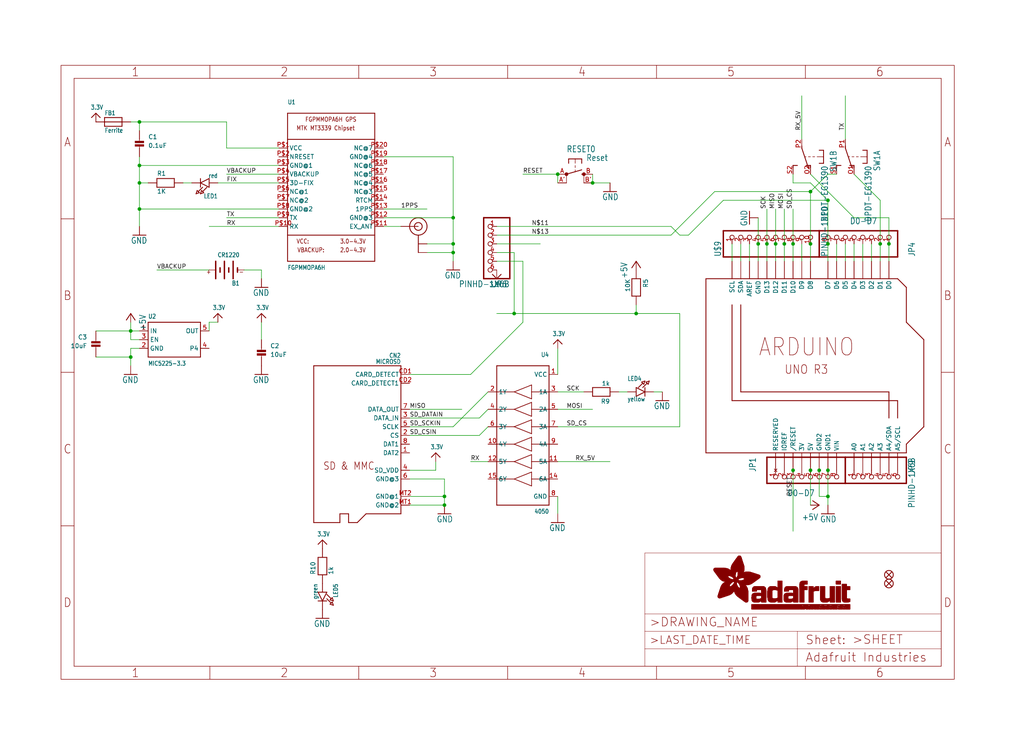
<source format=kicad_sch>
(kicad_sch (version 20211123) (generator eeschema)
  (paper "User" 298.45 217.881)
  (lib_symbols
    (symbol "eagleSchem-eagle-import:+5V" (power)
      (property "Value" "+5V" (at -2.54 -5.08 90))
      (symbol "+5V_1_0"
        (pin power_in line (at 0 -2.54 90) (length 2.54) (name "+5V") (number "1"))
      )
    )
    (symbol "eagleSchem-eagle-import:3.3V" (power)
      (property "Value" "3.3V" (at -1.524 3.556 0))
      (symbol "3.3V_1_0"
        (pin power_in line (at 0 0 90) (length 2.54) (name "3.3V") (number "1"))
      )
    )
    (symbol "eagleSchem-eagle-import:74HC4050D"
      (property "Reference" "U" (at -7.62 22.86 0))
      (property "Value" "74HC4050D" (at -7.62 -22.86 0))
      (symbol "74HC4050D_1_0"
        (pin bidirectional line (at -10.16 17.78 0) (length 2.54) (name "VCC") (number "1"))
        (pin bidirectional line (at 10.16 -2.54 180) (length 2.54) (name "4Y") (number "10"))
        (pin bidirectional line (at -10.16 -7.62 0) (length 2.54) (name "5A") (number "11"))
        (pin bidirectional line (at 10.16 -7.62 180) (length 2.54) (name "5Y") (number "12"))
        (pin bidirectional line (at -10.16 -12.7 0) (length 2.54) (name "6A") (number "14"))
        (pin bidirectional line (at 10.16 -12.7 180) (length 2.54) (name "6Y") (number "15"))
        (pin bidirectional line (at 10.16 12.7 180) (length 2.54) (name "1Y") (number "2"))
        (pin bidirectional line (at -10.16 12.7 0) (length 2.54) (name "1A") (number "3"))
        (pin bidirectional line (at 10.16 7.62 180) (length 2.54) (name "2Y") (number "4"))
        (pin bidirectional line (at -10.16 7.62 0) (length 2.54) (name "2A") (number "5"))
        (pin bidirectional line (at 10.16 2.54 180) (length 2.54) (name "3Y") (number "6"))
        (pin bidirectional line (at -10.16 2.54 0) (length 2.54) (name "3A") (number "7"))
        (pin bidirectional line (at -10.16 -17.78 0) (length 2.54) (name "GND") (number "8"))
        (pin bidirectional line (at -10.16 -2.54 0) (length 2.54) (name "4A") (number "9"))
      )
    )
    (symbol "eagleSchem-eagle-import:ARDUINOR3-DIMENSION"
      (symbol "ARDUINOR3-DIMENSION_1_0"
        (text "ARDUINO" (at -17.78 2.54 0) (effects (font (size 5.08 4.318)) (justify left bottom)))
        (text "UNO R3" (at -10.16 -2.54 0) (effects (font (size 2.54 2.159)) (justify left bottom)))
        (pin power_in line (at -5.08 -30.48 90) (length 5.08) (name "3V") (number "3V"))
        (pin power_in line (at -2.54 -30.48 90) (length 5.08) (name "5V") (number "5V"))
        (pin bidirectional line (at 10.16 -30.48 90) (length 5.08) (name "A0") (number "A0"))
        (pin bidirectional line (at 12.7 -30.48 90) (length 5.08) (name "A1") (number "A1"))
        (pin bidirectional line (at 15.24 -30.48 90) (length 5.08) (name "A2") (number "A2"))
        (pin bidirectional line (at 17.78 -30.48 90) (length 5.08) (name "A3") (number "A3"))
        (pin bidirectional line (at 20.32 -30.48 90) (length 5.08) (name "A4/SDA") (number "A4"))
        (pin bidirectional line (at 22.86 -30.48 90) (length 5.08) (name "A5/SCL") (number "A5"))
        (pin bidirectional line (at -20.32 30.48 270) (length 5.08) (name "AREF") (number "AREF"))
        (pin bidirectional line (at 20.32 30.48 270) (length 5.08) (name "D0") (number "D0"))
        (pin bidirectional line (at 17.78 30.48 270) (length 5.08) (name "D1") (number "D1"))
        (pin bidirectional line (at -7.62 30.48 270) (length 5.08) (name "D10") (number "D10"))
        (pin bidirectional line (at -10.16 30.48 270) (length 5.08) (name "D11") (number "D11"))
        (pin bidirectional line (at -12.7 30.48 270) (length 5.08) (name "D12") (number "D12"))
        (pin bidirectional line (at -15.24 30.48 270) (length 5.08) (name "D13") (number "D13"))
        (pin bidirectional line (at 15.24 30.48 270) (length 5.08) (name "D2") (number "D2"))
        (pin bidirectional line (at 12.7 30.48 270) (length 5.08) (name "D3") (number "D3"))
        (pin bidirectional line (at 10.16 30.48 270) (length 5.08) (name "D4") (number "D4"))
        (pin bidirectional line (at 7.62 30.48 270) (length 5.08) (name "D5") (number "D5"))
        (pin bidirectional line (at 5.08 30.48 270) (length 5.08) (name "D6") (number "D6"))
        (pin bidirectional line (at 2.54 30.48 270) (length 5.08) (name "D7") (number "D7"))
        (pin bidirectional line (at -2.54 30.48 270) (length 5.08) (name "D8") (number "D8"))
        (pin bidirectional line (at -5.08 30.48 270) (length 5.08) (name "D9") (number "D9"))
        (pin power_in line (at -17.78 30.48 270) (length 5.08) (name "GND") (number "GND"))
        (pin power_in line (at 2.54 -30.48 90) (length 5.08) (name "GND1") (number "GND1"))
        (pin power_in line (at 0 -30.48 90) (length 5.08) (name "GND2") (number "GND2"))
        (pin output line (at -10.16 -30.48 90) (length 5.08) (name "IOREF") (number "IOREF"))
        (pin no_connect line (at -12.7 -30.48 90) (length 5.08) (name "RESERVED") (number "RESERVED"))
        (pin bidirectional line (at -7.62 -30.48 90) (length 5.08) (name "/RESET") (number "RESET"))
        (pin bidirectional line (at -25.4 30.48 270) (length 5.08) (name "SCL") (number "SCL"))
        (pin bidirectional line (at -22.86 30.48 270) (length 5.08) (name "SDA") (number "SDA"))
        (pin power_in line (at 5.08 -30.48 90) (length 5.08) (name "VIN") (number "VIN"))
      )
    )
    (symbol "eagleSchem-eagle-import:BATTERYCR1220_SMT"
      (property "Reference" "B" (at -3.81 3.175 0))
      (property "Value" "BATTERYCR1220_SMT" (at -3.81 -5.08 0))
      (symbol "BATTERYCR1220_SMT_1_0"
        (text "+" (at 4.445 1.27 0) (effects (font (size 1.27 1.0795)) (justify left bottom)))
        (text "-" (at -5.08 1.27 0) (effects (font (size 1.27 1.0795)) (justify left bottom)))
        (pin passive line (at 5.08 0 180) (length 0) (name "+") (number "+$1"))
        (pin passive line (at -5.08 0 0) (length 0) (name "-") (number "-"))
      )
    )
    (symbol "eagleSchem-eagle-import:CAP_CERAMIC0805"
      (property "Reference" "C" (at 2.54 2.54 0))
      (property "Value" "CAP_CERAMIC0805" (at 2.54 0 0))
      (symbol "CAP_CERAMIC0805_1_0"
        (pin passive line (at 0 5.08 270) (length 2.54) (name "P$1") (number "1"))
        (pin passive line (at 0 -2.54 90) (length 2.54) (name "P$2") (number "2"))
      )
    )
    (symbol "eagleSchem-eagle-import:DPDT-EG1390"
      (property "Reference" "SW" (at -8.255 -1.905 90))
      (property "Value" "DPDT-EG1390" (at -5.715 2.54 90))
      (symbol "DPDT-EG1390_1_0"
        (pin passive line (at -2.54 5.08 270) (length 2.54) (name "O") (number "O1"))
        (pin passive line (at 0 -5.08 90) (length 2.54) (name "P") (number "P1"))
        (pin passive line (at 2.54 5.08 270) (length 2.54) (name "S") (number "S1"))
      )
      (symbol "DPDT-EG1390_2_0"
        (pin passive line (at -2.54 5.08 270) (length 2.54) (name "O") (number "O2"))
        (pin passive line (at 0 -5.08 90) (length 2.54) (name "P") (number "P2"))
        (pin passive line (at 2.54 5.08 270) (length 2.54) (name "S") (number "S2"))
      )
    )
    (symbol "eagleSchem-eagle-import:FERRITE0805"
      (property "Reference" "FB" (at -2.54 1.905 0))
      (property "Value" "FERRITE0805" (at -2.54 -3.175 0))
      (symbol "FERRITE0805_1_0"
        (pin bidirectional line (at -5.08 0 0) (length 2.54) (name "P$1") (number "1"))
        (pin bidirectional line (at 5.08 0 180) (length 2.54) (name "P$2") (number "2"))
      )
    )
    (symbol "eagleSchem-eagle-import:FIDUCIAL{dblquote}{dblquote}")
    (symbol "eagleSchem-eagle-import:FRAME_A4_ADAFRUIT"
      (symbol "FRAME_A4_ADAFRUIT_1_0"
        (text "1" (at 21.6958 1.905 0) (effects (font (size 2.54 2.286))))
        (text "1" (at 21.6958 177.165 0) (effects (font (size 2.54 2.286))))
        (text "2" (at 65.0875 1.905 0) (effects (font (size 2.54 2.286))))
        (text "2" (at 65.0875 177.165 0) (effects (font (size 2.54 2.286))))
        (text "3" (at 108.4792 1.905 0) (effects (font (size 2.54 2.286))))
        (text "3" (at 108.4792 177.165 0) (effects (font (size 2.54 2.286))))
        (text "4" (at 151.8708 1.905 0) (effects (font (size 2.54 2.286))))
        (text "4" (at 151.8708 177.165 0) (effects (font (size 2.54 2.286))))
        (text "5" (at 195.2625 1.905 0) (effects (font (size 2.54 2.286))))
        (text "5" (at 195.2625 177.165 0) (effects (font (size 2.54 2.286))))
        (text "6" (at 238.6542 1.905 0) (effects (font (size 2.54 2.286))))
        (text "6" (at 238.6542 177.165 0) (effects (font (size 2.54 2.286))))
        (text ">DRAWING_NAME" (at 171.45 15.24 0) (effects (font (size 2.54 2.54)) (justify left bottom)))
        (text ">LAST_DATE_TIME" (at 171.45 10.16 0) (effects (font (size 2.286 2.286)) (justify left bottom)))
        (text ">SHEET" (at 230.505 10.16 0) (effects (font (size 2.54 2.54)) (justify left bottom)))
        (text "A" (at 1.905 156.6863 0) (effects (font (size 2.54 2.286))))
        (text "A" (at 258.445 156.6863 0) (effects (font (size 2.54 2.286))))
        (text "Adafruit Industries" (at 216.916 4.953 0) (effects (font (size 2.54 2.54)) (justify left bottom)))
        (text "B" (at 1.905 111.9188 0) (effects (font (size 2.54 2.286))))
        (text "B" (at 258.445 111.9188 0) (effects (font (size 2.54 2.286))))
        (text "C" (at 1.905 67.1513 0) (effects (font (size 2.54 2.286))))
        (text "C" (at 258.445 67.1513 0) (effects (font (size 2.54 2.286))))
        (text "D" (at 1.905 22.3838 0) (effects (font (size 2.54 2.286))))
        (text "D" (at 258.445 22.3838 0) (effects (font (size 2.54 2.286))))
        (text "Sheet:" (at 216.916 10.033 0) (effects (font (size 2.54 2.54)) (justify left bottom)))
      )
    )
    (symbol "eagleSchem-eagle-import:GND" (power)
      (property "Value" "GND" (at -2.54 -2.54 0))
      (symbol "GND_1_0"
        (pin power_in line (at 0 2.54 270) (length 2.54) (name "GND") (number "1"))
      )
    )
    (symbol "eagleSchem-eagle-import:GPS_FGPMMOPA6H"
      (property "Reference" "U" (at -12.7 22.86 0))
      (property "Value" "GPS_FGPMMOPA6H" (at -12.7 -25.4 0))
      (symbol "GPS_FGPMMOPA6H_1_0"
        (text "2.0-4.3V" (at 2.54 -20.32 0) (effects (font (size 1.27 1.0795)) (justify left bottom)))
        (text "3.0-4.3V" (at 2.54 -17.78 0) (effects (font (size 1.27 1.0795)) (justify left bottom)))
        (text "FGPMMOPA6H GPS" (at -7.62 17.78 0) (effects (font (size 1.27 1.0795)) (justify left bottom)))
        (text "MTK MT3339 Chipset" (at -10.16 15.24 0) (effects (font (size 1.27 1.0795)) (justify left bottom)))
        (text "VBACKUP:" (at -9.906 -20.32 0) (effects (font (size 1.27 1.0795)) (justify left bottom)))
        (text "VCC:" (at -10.16 -17.78 0) (effects (font (size 1.27 1.0795)) (justify left bottom)))
        (pin bidirectional line (at -15.24 10.16 0) (length 2.54) (name "VCC") (number "P$1"))
        (pin bidirectional line (at -15.24 -12.7 0) (length 2.54) (name "RX") (number "P$10"))
        (pin bidirectional line (at 15.24 -12.7 180) (length 2.54) (name "EX_ANT") (number "P$11"))
        (pin bidirectional line (at 15.24 -10.16 180) (length 2.54) (name "GND@3") (number "P$12"))
        (pin bidirectional line (at 15.24 -7.62 180) (length 2.54) (name "1PPS") (number "P$13"))
        (pin bidirectional line (at 15.24 -5.08 180) (length 2.54) (name "RTCM") (number "P$14"))
        (pin bidirectional line (at 15.24 -2.54 180) (length 2.54) (name "NC@3") (number "P$15"))
        (pin bidirectional line (at 15.24 0 180) (length 2.54) (name "NC@4") (number "P$16"))
        (pin bidirectional line (at 15.24 2.54 180) (length 2.54) (name "NC@5") (number "P$17"))
        (pin bidirectional line (at 15.24 5.08 180) (length 2.54) (name "NC@6") (number "P$18"))
        (pin bidirectional line (at 15.24 7.62 180) (length 2.54) (name "GND@4") (number "P$19"))
        (pin bidirectional line (at -15.24 7.62 0) (length 2.54) (name "NRESET") (number "P$2"))
        (pin bidirectional line (at 15.24 10.16 180) (length 2.54) (name "NC@7") (number "P$20"))
        (pin bidirectional line (at -15.24 5.08 0) (length 2.54) (name "GND@1") (number "P$3"))
        (pin bidirectional line (at -15.24 2.54 0) (length 2.54) (name "VBACKUP") (number "P$4"))
        (pin bidirectional line (at -15.24 0 0) (length 2.54) (name "3D-FIX") (number "P$5"))
        (pin bidirectional line (at -15.24 -2.54 0) (length 2.54) (name "NC@1") (number "P$6"))
        (pin bidirectional line (at -15.24 -5.08 0) (length 2.54) (name "NC@2") (number "P$7"))
        (pin bidirectional line (at -15.24 -7.62 0) (length 2.54) (name "GND@2") (number "P$8"))
        (pin bidirectional line (at -15.24 -10.16 0) (length 2.54) (name "TX") (number "P$9"))
      )
    )
    (symbol "eagleSchem-eagle-import:LED0805"
      (property "Reference" "LED" (at -5.08 3.175 0))
      (property "Value" "LED0805" (at -5.08 -2.794 0))
      (symbol "LED0805_1_0"
        (pin passive line (at -5.08 0 0) (length 2.54) (name "A") (number "A"))
        (pin passive line (at 2.54 0 180) (length 2.54) (name "C") (number "C"))
      )
    )
    (symbol "eagleSchem-eagle-import:MICROSD"
      (property "Reference" "CN" (at -12.7 22.606 0))
      (property "Value" "MICROSD" (at -12.7 20.828 0))
      (symbol "MICROSD_1_0"
        (text "SD & MMC" (at -5.08 -10.16 0) (effects (font (size 2.1844 1.8567)) (justify left bottom)))
        (pin bidirectional line (at -15.24 -5.08 0) (length 2.54) (name "DAT2") (number "1"))
        (pin input line (at -15.24 0 0) (length 2.54) (name "CS") (number "2"))
        (pin input line (at -15.24 5.08 0) (length 2.54) (name "DATA_IN") (number "3"))
        (pin power_in line (at -15.24 -10.16 0) (length 2.54) (name "SD_VDD") (number "4"))
        (pin input line (at -15.24 2.54 0) (length 2.54) (name "SCLK") (number "5"))
        (pin power_in line (at -15.24 -12.7 0) (length 2.54) (name "GND@3") (number "6"))
        (pin output line (at -15.24 7.62 0) (length 2.54) (name "DATA_OUT") (number "7"))
        (pin bidirectional line (at -15.24 -2.54 0) (length 2.54) (name "DAT1") (number "8"))
        (pin passive line (at -15.24 17.78 0) (length 2.54) (name "CARD_DETECT") (number "CD1"))
        (pin passive line (at -15.24 15.24 0) (length 2.54) (name "CARD_DETECT1") (number "CD2"))
        (pin power_in line (at -15.24 -20.32 0) (length 2.54) (name "GND@2") (number "MT1"))
        (pin power_in line (at -15.24 -17.78 0) (length 2.54) (name "GND@1") (number "MT2"))
      )
    )
    (symbol "eagleSchem-eagle-import:PINHD-1X10"
      (property "Value" "PINHD-1X10" (at -6.35 -17.78 0))
      (symbol "PINHD-1X10_1_0"
        (pin passive inverted (at -2.54 10.16 0) (length 2.54) (name "1") (number "1"))
        (pin passive inverted (at -2.54 -12.7 0) (length 2.54) (name "10") (number "10"))
        (pin passive inverted (at -2.54 7.62 0) (length 2.54) (name "2") (number "2"))
        (pin passive inverted (at -2.54 5.08 0) (length 2.54) (name "3") (number "3"))
        (pin passive inverted (at -2.54 2.54 0) (length 2.54) (name "4") (number "4"))
        (pin passive inverted (at -2.54 0 0) (length 2.54) (name "5") (number "5"))
        (pin passive inverted (at -2.54 -2.54 0) (length 2.54) (name "6") (number "6"))
        (pin passive inverted (at -2.54 -5.08 0) (length 2.54) (name "7") (number "7"))
        (pin passive inverted (at -2.54 -7.62 0) (length 2.54) (name "8") (number "8"))
        (pin passive inverted (at -2.54 -10.16 0) (length 2.54) (name "9") (number "9"))
      )
    )
    (symbol "eagleSchem-eagle-import:PINHD-1X6B"
      (property "Reference" "JP" (at -6.35 10.795 0))
      (property "Value" "PINHD-1X6B" (at -6.35 -10.16 0))
      (symbol "PINHD-1X6B_1_0"
        (pin passive inverted (at -2.54 7.62 0) (length 2.54) (name "1") (number "1"))
        (pin passive inverted (at -2.54 5.08 0) (length 2.54) (name "2") (number "2"))
        (pin passive inverted (at -2.54 2.54 0) (length 2.54) (name "3") (number "3"))
        (pin passive inverted (at -2.54 0 0) (length 2.54) (name "4") (number "4"))
        (pin passive inverted (at -2.54 -2.54 0) (length 2.54) (name "5") (number "5"))
        (pin passive inverted (at -2.54 -5.08 0) (length 2.54) (name "6") (number "6"))
      )
    )
    (symbol "eagleSchem-eagle-import:PINHD-1X8BIG"
      (property "Reference" "JP" (at -6.35 10.795 0))
      (property "Value" "PINHD-1X8BIG" (at -6.35 -15.24 0))
      (symbol "PINHD-1X8BIG_1_0"
        (pin passive inverted (at -2.54 7.62 0) (length 2.54) (name "1") (number "1"))
        (pin passive inverted (at -2.54 5.08 0) (length 2.54) (name "2") (number "2"))
        (pin passive inverted (at -2.54 2.54 0) (length 2.54) (name "3") (number "3"))
        (pin passive inverted (at -2.54 0 0) (length 2.54) (name "4") (number "4"))
        (pin passive inverted (at -2.54 -2.54 0) (length 2.54) (name "5") (number "5"))
        (pin passive inverted (at -2.54 -5.08 0) (length 2.54) (name "6") (number "6"))
        (pin passive inverted (at -2.54 -7.62 0) (length 2.54) (name "7") (number "7"))
        (pin passive inverted (at -2.54 -10.16 0) (length 2.54) (name "8") (number "8"))
      )
    )
    (symbol "eagleSchem-eagle-import:RESISTOR0805"
      (property "Reference" "R" (at -2.54 2.032 0))
      (property "Value" "RESISTOR0805" (at -2.54 -3.175 0))
      (symbol "RESISTOR0805_1_0"
        (pin passive line (at -5.08 0 0) (length 2.54) (name "1") (number "1"))
        (pin passive line (at 5.08 0 180) (length 2.54) (name "2") (number "2"))
      )
    )
    (symbol "eagleSchem-eagle-import:SPST_TACT-EVQQ2"
      (property "Reference" "SW" (at -6.35 -2.54 90))
      (property "Value" "SPST_TACT-EVQQ2" (at -3.81 3.175 90))
      (symbol "SPST_TACT-EVQQ2_1_0"
        (pin passive line (at 0 -5.08 90) (length 2.54) (name "P") (number "A"))
        (pin passive line (at 2.54 -5.08 90) (length 2.54) (name "P1") (number "A'"))
        (pin passive line (at 0 5.08 270) (length 2.54) (name "S") (number "B"))
        (pin passive line (at 2.54 5.08 270) (length 2.54) (name "S1") (number "B'"))
      )
    )
    (symbol "eagleSchem-eagle-import:U.FL"
      (symbol "U.FL_1_0"
        (pin bidirectional line (at -2.54 -5.08 0) (length 2.54) (name "GND@0") (number "P$1"))
        (pin bidirectional line (at -2.54 -7.62 0) (length 2.54) (name "GND@1") (number "P$2"))
        (pin bidirectional line (at 5.08 0 180) (length 5.08) (name "SIGNAL") (number "P$3"))
      )
    )
    (symbol "eagleSchem-eagle-import:VREG_SOT23-5"
      (property "Reference" "U" (at -7.62 6.096 0))
      (property "Value" "VREG_SOT23-5" (at -7.62 -7.62 0))
      (symbol "VREG_SOT23-5_1_0"
        (pin bidirectional line (at -10.16 2.54 0) (length 2.54) (name "IN") (number "1"))
        (pin bidirectional line (at -10.16 -2.54 0) (length 2.54) (name "GND") (number "2"))
        (pin bidirectional line (at -10.16 0 0) (length 2.54) (name "EN") (number "3"))
        (pin bidirectional line (at 10.16 -2.54 180) (length 2.54) (name "P4") (number "4"))
        (pin bidirectional line (at 10.16 2.54 180) (length 2.54) (name "OUT") (number "5"))
      )
    )
  )
  (junction (at 38.1 96.52))
  (junction (at 236.22 137.16))
  (junction (at 231.14 137.16))
  (junction (at 132.08 71.12))
  (junction (at 38.1 104.14))
  (junction (at 220.98 71.12))
  (junction (at 132.08 63.5))
  (junction (at 40.64 53.34))
  (junction (at 241.3 58.42))
  (junction (at 241.3 144.78))
  (junction (at 40.64 60.96))
  (junction (at 40.64 35.56))
  (junction (at 236.22 71.12))
  (junction (at 129.54 144.78))
  (junction (at 228.6 71.12))
  (junction (at 241.3 137.16))
  (junction (at 129.54 147.32))
  (junction (at 241.3 71.12))
  (junction (at 223.52 71.12))
  (junction (at 132.08 73.66))
  (junction (at 162.56 50.8))
  (junction (at 256.54 71.12))
  (junction (at 185.42 91.44))
  (junction (at 238.76 137.16))
  (junction (at 149.86 91.44))
  (junction (at 172.72 53.34))
  (junction (at 226.06 71.12))
  (junction (at 231.14 71.12))
  (junction (at 40.64 48.26))
  (junction (at 259.08 71.12))
  (junction (at 236.22 55.88))
  (wire (pts (xy 198.12 124.46) (xy 198.12 91.44)))
  (wire (pts (xy 76.2 93.98) (xy 76.2 99.06)))
  (wire (pts (xy 60.96 93.98) (xy 63.5 93.98)))
  (wire (pts (xy 129.54 144.78) (xy 119.38 144.78)))
  (wire (pts (xy 38.1 104.14) (xy 38.1 106.68)))
  (wire (pts (xy 233.68 40.64) (xy 233.68 27.94)))
  (wire (pts (xy 71.12 78.74) (xy 76.2 78.74)))
  (wire (pts (xy 241.3 50.8) (xy 236.22 55.88)))
  (wire (pts (xy 241.3 144.78) (xy 241.3 137.16)))
  (wire (pts (xy 215.9 71.12) (xy 215.9 76.2)))
  (wire (pts (xy 137.16 109.22) (xy 152.4 93.98)))
  (wire (pts (xy 132.08 124.46) (xy 142.24 114.3)))
  (wire (pts (xy 38.1 96.52) (xy 27.94 96.52)))
  (wire (pts (xy 162.56 124.46) (xy 198.12 124.46)))
  (wire (pts (xy 200.66 68.58) (xy 210.82 58.42)))
  (wire (pts (xy 111.76 45.72) (xy 132.08 45.72)))
  (wire (pts (xy 223.52 71.12) (xy 223.52 60.96)))
  (wire (pts (xy 132.08 73.66) (xy 132.08 76.2)))
  (wire (pts (xy 162.56 114.3) (xy 170.18 114.3)))
  (wire (pts (xy 81.28 60.96) (xy 40.64 60.96)))
  (wire (pts (xy 220.98 71.12) (xy 220.98 76.2)))
  (wire (pts (xy 129.54 147.32) (xy 129.54 144.78)))
  (wire (pts (xy 231.14 71.12) (xy 231.14 76.2)))
  (wire (pts (xy 162.56 149.86) (xy 162.56 144.78)))
  (wire (pts (xy 198.12 91.44) (xy 185.42 91.44)))
  (wire (pts (xy 40.64 101.6) (xy 38.1 101.6)))
  (wire (pts (xy 218.44 71.12) (xy 218.44 76.2)))
  (wire (pts (xy 132.08 124.46) (xy 119.38 124.46)))
  (wire (pts (xy 149.86 73.66) (xy 149.86 91.44)))
  (wire (pts (xy 238.76 144.78) (xy 238.76 137.16)))
  (wire (pts (xy 259.08 71.12) (xy 259.08 76.2)))
  (wire (pts (xy 149.86 91.44) (xy 144.78 91.44)))
  (wire (pts (xy 208.28 55.88) (xy 236.22 55.88)))
  (wire (pts (xy 38.1 96.52) (xy 38.1 99.06)))
  (wire (pts (xy 55.88 53.34) (xy 53.34 53.34)))
  (wire (pts (xy 142.24 134.62) (xy 137.16 134.62)))
  (wire (pts (xy 259.08 63.5) (xy 259.08 71.12)))
  (wire (pts (xy 162.56 134.62) (xy 177.8 134.62)))
  (wire (pts (xy 119.38 119.38) (xy 134.62 119.38)))
  (wire (pts (xy 127 134.62) (xy 127 137.16)))
  (wire (pts (xy 256.54 71.12) (xy 256.54 76.2)))
  (wire (pts (xy 81.28 53.34) (xy 63.5 53.34)))
  (wire (pts (xy 40.64 60.96) (xy 40.64 66.04)))
  (wire (pts (xy 38.1 101.6) (xy 38.1 104.14)))
  (wire (pts (xy 152.4 93.98) (xy 152.4 76.2)))
  (wire (pts (xy 40.64 96.52) (xy 38.1 96.52)))
  (wire (pts (xy 40.64 45.72) (xy 40.64 48.26)))
  (wire (pts (xy 40.64 35.56) (xy 66.04 35.56)))
  (wire (pts (xy 139.7 121.92) (xy 142.24 119.38)))
  (wire (pts (xy 162.56 53.34) (xy 162.56 50.8)))
  (wire (pts (xy 119.38 127) (xy 139.7 127)))
  (wire (pts (xy 119.38 109.22) (xy 137.16 109.22)))
  (wire (pts (xy 180.34 114.3) (xy 182.88 114.3)))
  (wire (pts (xy 220.98 71.12) (xy 220.98 63.5)))
  (wire (pts (xy 195.58 68.58) (xy 208.28 55.88)))
  (wire (pts (xy 246.38 71.12) (xy 246.38 76.2)))
  (wire (pts (xy 81.28 43.18) (xy 66.04 43.18)))
  (wire (pts (xy 241.3 58.42) (xy 241.3 71.12)))
  (wire (pts (xy 195.58 68.58) (xy 144.78 68.58)))
  (wire (pts (xy 223.52 71.12) (xy 223.52 76.2)))
  (wire (pts (xy 40.64 48.26) (xy 40.64 53.34)))
  (wire (pts (xy 231.14 53.34) (xy 236.22 53.34)))
  (wire (pts (xy 248.92 71.12) (xy 248.92 76.2)))
  (wire (pts (xy 172.72 53.34) (xy 177.8 53.34)))
  (wire (pts (xy 236.22 50.8) (xy 248.92 63.5)))
  (wire (pts (xy 60.96 96.52) (xy 60.96 93.98)))
  (wire (pts (xy 195.58 66.04) (xy 198.12 68.58)))
  (wire (pts (xy 254 71.12) (xy 254 76.2)))
  (wire (pts (xy 210.82 58.42) (xy 241.3 58.42)))
  (wire (pts (xy 111.76 66.04) (xy 116.84 66.04)))
  (wire (pts (xy 40.64 99.06) (xy 38.1 99.06)))
  (wire (pts (xy 226.06 71.12) (xy 226.06 76.2)))
  (wire (pts (xy 81.28 48.26) (xy 40.64 48.26)))
  (wire (pts (xy 226.06 60.96) (xy 226.06 71.12)))
  (wire (pts (xy 162.56 101.6) (xy 162.56 109.22)))
  (wire (pts (xy 246.38 40.64) (xy 246.38 27.94)))
  (wire (pts (xy 40.64 35.56) (xy 38.1 35.56)))
  (wire (pts (xy 119.38 147.32) (xy 129.54 147.32)))
  (wire (pts (xy 111.76 63.5) (xy 132.08 63.5)))
  (wire (pts (xy 144.78 76.2) (xy 152.4 76.2)))
  (wire (pts (xy 213.36 71.12) (xy 213.36 76.2)))
  (wire (pts (xy 236.22 71.12) (xy 236.22 76.2)))
  (wire (pts (xy 241.3 144.78) (xy 241.3 147.32)))
  (wire (pts (xy 185.42 88.9) (xy 185.42 91.44)))
  (wire (pts (xy 236.22 55.88) (xy 236.22 71.12)))
  (wire (pts (xy 40.64 38.1) (xy 40.64 35.56)))
  (wire (pts (xy 76.2 78.74) (xy 76.2 81.28)))
  (wire (pts (xy 124.46 71.12) (xy 132.08 71.12)))
  (wire (pts (xy 132.08 45.72) (xy 132.08 63.5)))
  (wire (pts (xy 81.28 66.04) (xy 60.96 66.04)))
  (wire (pts (xy 190.5 114.3) (xy 193.04 114.3)))
  (wire (pts (xy 228.6 71.12) (xy 228.6 76.2)))
  (wire (pts (xy 231.14 50.8) (xy 231.14 53.34)))
  (wire (pts (xy 27.94 104.14) (xy 38.1 104.14)))
  (wire (pts (xy 198.12 68.58) (xy 200.66 68.58)))
  (wire (pts (xy 132.08 63.5) (xy 132.08 71.12)))
  (wire (pts (xy 185.42 91.44) (xy 149.86 91.44)))
  (wire (pts (xy 144.78 66.04) (xy 195.58 66.04)))
  (wire (pts (xy 231.14 71.12) (xy 231.14 60.96)))
  (wire (pts (xy 119.38 139.7) (xy 129.54 139.7)))
  (wire (pts (xy 238.76 144.78) (xy 241.3 144.78)))
  (wire (pts (xy 132.08 71.12) (xy 132.08 73.66)))
  (wire (pts (xy 162.56 119.38) (xy 172.72 119.38)))
  (wire (pts (xy 233.68 71.12) (xy 233.68 76.2)))
  (wire (pts (xy 248.92 63.5) (xy 259.08 63.5)))
  (wire (pts (xy 38.1 96.52) (xy 38.1 93.98)))
  (wire (pts (xy 256.54 58.42) (xy 256.54 71.12)))
  (wire (pts (xy 43.18 53.34) (xy 40.64 53.34)))
  (wire (pts (xy 127 137.16) (xy 119.38 137.16)))
  (wire (pts (xy 228.6 60.96) (xy 228.6 71.12)))
  (wire (pts (xy 124.46 73.66) (xy 132.08 73.66)))
  (wire (pts (xy 236.22 53.34) (xy 241.3 58.42)))
  (wire (pts (xy 81.28 63.5) (xy 66.04 63.5)))
  (wire (pts (xy 60.96 78.74) (xy 45.72 78.74)))
  (wire (pts (xy 111.76 60.96) (xy 124.46 60.96)))
  (wire (pts (xy 243.84 71.12) (xy 243.84 76.2)))
  (wire (pts (xy 248.92 50.8) (xy 256.54 58.42)))
  (wire (pts (xy 129.54 139.7) (xy 129.54 144.78)))
  (wire (pts (xy 152.4 50.8) (xy 162.56 50.8)))
  (wire (pts (xy 144.78 71.12) (xy 157.48 71.12)))
  (wire (pts (xy 66.04 43.18) (xy 66.04 35.56)))
  (wire (pts (xy 81.28 50.8) (xy 66.04 50.8)))
  (wire (pts (xy 236.22 147.32) (xy 236.22 137.16)))
  (wire (pts (xy 172.72 50.8) (xy 172.72 53.34)))
  (wire (pts (xy 139.7 127) (xy 142.24 124.46)))
  (wire (pts (xy 241.3 71.12) (xy 241.3 76.2)))
  (wire (pts (xy 251.46 71.12) (xy 251.46 76.2)))
  (wire (pts (xy 40.64 53.34) (xy 40.64 60.96)))
  (wire (pts (xy 149.86 73.66) (xy 144.78 73.66)))
  (wire (pts (xy 119.38 121.92) (xy 139.7 121.92)))
  (wire (pts (xy 231.14 137.16) (xy 231.14 154.94)))
  (wire (pts (xy 243.84 50.8) (xy 241.3 50.8)))
  (label "RESET" (at 231.14 144.78 90) (effects (font (size 1.2446 1.2446))))
  (label "RX" (at 66.04 66.04 0) (effects (font (size 1.2446 1.2446))))
  (label "SD_CS" (at 165.1 124.46 0) (effects (font (size 1.2446 1.2446))))
  (label "SD_CSIN" (at 119.38 127 0) (effects (font (size 1.2446 1.2446))))
  (label "VBACKUP" (at 45.72 78.74 0) (effects (font (size 1.2446 1.2446))))
  (label "SD_SCKIN" (at 119.38 124.46 0) (effects (font (size 1.2446 1.2446))))
  (label "RX" (at 137.16 134.62 0) (effects (font (size 1.2446 1.2446))))
  (label "N$13" (at 154.94 68.58 0) (effects (font (size 1.2446 1.2446))))
  (label "1PPS" (at 116.84 60.96 0) (effects (font (size 1.2446 1.2446))))
  (label "SCK" (at 223.52 60.96 90) (effects (font (size 1.2446 1.2446))))
  (label "SD_CS" (at 231.14 60.96 90) (effects (font (size 1.2446 1.2446))))
  (label "RX_5V" (at 233.68 38.1 90) (effects (font (size 1.2446 1.2446))))
  (label "MISO" (at 119.38 119.38 0) (effects (font (size 1.2446 1.2446))))
  (label "FIX" (at 66.04 53.34 0) (effects (font (size 1.2446 1.2446))))
  (label "SD_DATAIN" (at 119.38 121.92 0) (effects (font (size 1.2446 1.2446))))
  (label "MISO" (at 226.06 60.96 90) (effects (font (size 1.2446 1.2446))))
  (label "TX" (at 66.04 63.5 0) (effects (font (size 1.2446 1.2446))))
  (label "SCK" (at 165.1 114.3 0) (effects (font (size 1.2446 1.2446))))
  (label "VBACKUP" (at 66.04 50.8 0) (effects (font (size 1.2446 1.2446))))
  (label "RESET" (at 152.4 50.8 0) (effects (font (size 1.2446 1.2446))))
  (label "TX" (at 246.38 38.1 90) (effects (font (size 1.2446 1.2446))))
  (label "MOSI" (at 165.1 119.38 0) (effects (font (size 1.2446 1.2446))))
  (label "RX_5V" (at 167.64 134.62 0) (effects (font (size 1.2446 1.2446))))
  (label "N$11" (at 154.94 66.04 0) (effects (font (size 1.2446 1.2446))))
  (label "MOSI" (at 228.6 60.96 90) (effects (font (size 1.2446 1.2446))))
  (symbol (lib_id "eagleSchem-eagle-import:GND") (at 241.3 149.86 0) (mirror y) (unit 1)
    (property "Reference" "#GND1" (effects hide))
    (property "Value" "GND" (at 243.84 152.4 0) (effects (font (size 1.778 1.5113)) (justify left bottom)))
    (property "Footprint" "eagleSchem:" (effects hide))
  )
  (symbol (lib_id "eagleSchem-eagle-import:GND") (at 93.98 180.34 0) (unit 1)
    (property "Reference" "#GND4" (effects hide))
    (property "Value" "GND" (at 91.44 182.88 0) (effects (font (size 1.778 1.5113)) (justify left bottom)))
    (property "Footprint" "eagleSchem:" (effects hide))
  )
  (symbol (lib_id "eagleSchem-eagle-import:RESISTOR0805") (at 185.42 83.82 270) (unit 1)
    (property "Reference" "R5" (at 187.452 81.28 0) (effects (justify left bottom)))
    (property "Value" "10K" (at 182.245 81.28 0) (effects (justify left bottom)))
    (property "Footprint" "eagleSchem:0805" (effects hide))
  )
  (symbol (lib_id "eagleSchem-eagle-import:+5V") (at 38.1 91.44 0) (mirror y) (unit 1)
    (property "Reference" "#P+2" (effects hide))
    (property "Value" "+5V" (at 40.64 96.52 90) (effects (font (size 1.778 1.5113)) (justify left bottom)))
    (property "Footprint" "eagleSchem:" (effects hide))
  )
  (symbol (lib_id "eagleSchem-eagle-import:CAP_CERAMIC0805") (at 40.64 43.18 0) (unit 1)
    (property "Reference" "C1" (at 43.18 40.64 0) (effects (justify left bottom)))
    (property "Value" "0.1uF" (at 43.18 43.18 0) (effects (justify left bottom)))
    (property "Footprint" "eagleSchem:0805@1" (effects hide))
  )
  (symbol (lib_id "eagleSchem-eagle-import:GND") (at 132.08 78.74 0) (unit 1)
    (property "Reference" "#U$19" (effects hide))
    (property "Value" "GND" (at 129.54 81.28 0) (effects (font (size 1.778 1.5113)) (justify left bottom)))
    (property "Footprint" "eagleSchem:" (effects hide))
  )
  (symbol (lib_id "eagleSchem-eagle-import:+5V") (at 238.76 147.32 270) (mirror x) (unit 1)
    (property "Reference" "#P+1" (effects hide))
    (property "Value" "+5V" (at 233.68 149.86 90) (effects (font (size 1.778 1.5113)) (justify left bottom)))
    (property "Footprint" "eagleSchem:" (effects hide))
  )
  (symbol (lib_id "eagleSchem-eagle-import:SPST_TACT-EVQQ2") (at 167.64 50.8 270) (unit 1)
    (property "Reference" "RESET0" (at 165.1 44.45 90) (effects (font (size 1.778 1.5113)) (justify left bottom)))
    (property "Value" "Reset" (at 170.815 46.99 90) (effects (font (size 1.778 1.5113)) (justify left bottom)))
    (property "Footprint" "eagleSchem:EVQ-Q2" (effects hide))
  )
  (symbol (lib_id "eagleSchem-eagle-import:PINHD-1X8BIG") (at 233.68 139.7 90) (mirror x) (unit 1)
    (property "Reference" "JP1" (at 220.345 133.35 0) (effects (font (size 1.778 1.5113)) (justify left bottom)))
    (property "Value" "D0-D7" (at 237.49 144.78 90) (effects (font (size 1.778 1.5113)) (justify left bottom)))
    (property "Footprint" "eagleSchem:1X08-BIG" (effects hide))
  )
  (symbol (lib_id "eagleSchem-eagle-import:BATTERYCR1220_SMT") (at 66.04 78.74 180) (unit 1)
    (property "Reference" "B1" (at 69.85 81.915 0) (effects (font (size 1.27 1.0795)) (justify left bottom)))
    (property "Value" "CR1220" (at 69.85 73.66 0) (effects (font (size 1.27 1.0795)) (justify left bottom)))
    (property "Footprint" "eagleSchem:CR1220" (effects hide))
  )
  (symbol (lib_id "eagleSchem-eagle-import:FIDUCIAL{dblquote}{dblquote}") (at 259.08 167.64 0) (unit 1)
    (property "Reference" "FID2" (effects hide))
    (property "Value" "FIDUCIAL{dblquote}{dblquote}" (effects hide))
    (property "Footprint" "eagleSchem:FIDUCIAL_1MM" (effects hide))
  )
  (symbol (lib_id "eagleSchem-eagle-import:PINHD-1X10") (at 223.52 68.58 90) (unit 1)
    (property "Reference" "U$9" (at 210.185 74.93 0) (effects (font (size 1.778 1.5113)) (justify left bottom)))
    (property "Value" "PINHD-1X10" (at 241.3 74.93 0) (effects (font (size 1.778 1.5113)) (justify left bottom)))
    (property "Footprint" "eagleSchem:1X10-BIG" (effects hide))
  )
  (symbol (lib_id "eagleSchem-eagle-import:CAP_CERAMIC0805") (at 27.94 101.6 0) (mirror y) (unit 1)
    (property "Reference" "C3" (at 25.4 99.06 0) (effects (justify left bottom)))
    (property "Value" "10uF" (at 25.4 101.6 0) (effects (justify left bottom)))
    (property "Footprint" "eagleSchem:0805@1" (effects hide))
  )
  (symbol (lib_id "eagleSchem-eagle-import:PINHD-1X6B") (at 256.54 139.7 90) (mirror x) (unit 1)
    (property "Reference" "JP9" (at 264.795 138.43 0) (effects (font (size 1.778 1.5113)) (justify right top)))
    (property "Value" "PINHD-1X6B" (at 266.7 133.35 0) (effects (font (size 1.778 1.5113)) (justify left bottom)))
    (property "Footprint" "eagleSchem:1X06-BIG" (effects hide))
  )
  (symbol (lib_id "eagleSchem-eagle-import:3.3V") (at 76.2 93.98 0) (unit 1)
    (property "Reference" "#U$3" (effects hide))
    (property "Value" "3.3V" (at 74.676 90.424 0) (effects (font (size 1.27 1.0795)) (justify left bottom)))
    (property "Footprint" "eagleSchem:" (effects hide))
  )
  (symbol (lib_id "eagleSchem-eagle-import:DPDT-EG1390") (at 246.38 45.72 180) (unit 1)
    (property "Reference" "SW1" (at 254.635 43.815 90) (effects (font (size 1.778 1.5113)) (justify left bottom)))
    (property "Value" "DPDT-EG1390" (at 252.095 48.26 90) (effects (font (size 1.778 1.5113)) (justify left bottom)))
    (property "Footprint" "eagleSchem:EG1390" (effects hide))
  )
  (symbol (lib_id "eagleSchem-eagle-import:PINHD-1X8BIG") (at 251.46 68.58 270) (mirror x) (unit 1)
    (property "Reference" "JP4" (at 264.795 74.93 0) (effects (font (size 1.778 1.5113)) (justify left bottom)))
    (property "Value" "D0-D7" (at 247.65 63.5 90) (effects (font (size 1.778 1.5113)) (justify left bottom)))
    (property "Footprint" "eagleSchem:1X08-BIG" (effects hide))
  )
  (symbol (lib_id "eagleSchem-eagle-import:3.3V") (at 127 134.62 0) (unit 1)
    (property "Reference" "#U$11" (effects hide))
    (property "Value" "3.3V" (at 125.476 131.064 0) (effects (font (size 1.27 1.0795)) (justify left bottom)))
    (property "Footprint" "eagleSchem:" (effects hide))
  )
  (symbol (lib_id "eagleSchem-eagle-import:PINHD-1X6B") (at 142.24 73.66 0) (mirror y) (unit 1)
    (property "Reference" "JP6" (at 143.51 81.915 0) (effects (font (size 1.778 1.5113)) (justify right top)))
    (property "Value" "PINHD-1X6B" (at 148.59 83.82 0) (effects (font (size 1.778 1.5113)) (justify left bottom)))
    (property "Footprint" "eagleSchem:1X06-BIG" (effects hide))
  )
  (symbol (lib_id "eagleSchem-eagle-import:U.FL") (at 121.92 66.04 0) (mirror y) (unit 1)
    (property "Reference" "U$20" (effects hide))
    (property "Value" "U.FL" (effects hide))
    (property "Footprint" "eagleSchem:U.FL" (effects hide))
  )
  (symbol (lib_id "eagleSchem-eagle-import:MICROSD") (at 104.14 127 0) (mirror y) (unit 1)
    (property "Reference" "CN2" (at 116.84 104.394 0) (effects (font (size 1.27 1.0795)) (justify left bottom)))
    (property "Value" "MICROSD" (at 116.84 106.172 0) (effects (font (size 1.27 1.0795)) (justify left bottom)))
    (property "Footprint" "eagleSchem:MICROSD" (effects hide))
  )
  (symbol (lib_id "eagleSchem-eagle-import:GND") (at 40.64 68.58 0) (unit 1)
    (property "Reference" "#U$2" (effects hide))
    (property "Value" "GND" (at 38.1 71.12 0) (effects (font (size 1.778 1.5113)) (justify left bottom)))
    (property "Footprint" "eagleSchem:" (effects hide))
  )
  (symbol (lib_id "eagleSchem-eagle-import:3.3V") (at 144.78 78.74 180) (unit 1)
    (property "Reference" "#U$7" (effects hide))
    (property "Value" "3.3V" (at 146.304 82.296 0) (effects (font (size 1.27 1.0795)) (justify left bottom)))
    (property "Footprint" "eagleSchem:" (effects hide))
  )
  (symbol (lib_id "eagleSchem-eagle-import:GND") (at 177.8 55.88 0) (mirror y) (unit 1)
    (property "Reference" "#GND2" (effects hide))
    (property "Value" "GND" (at 180.34 58.42 0) (effects (font (size 1.778 1.5113)) (justify left bottom)))
    (property "Footprint" "eagleSchem:" (effects hide))
  )
  (symbol (lib_id "eagleSchem-eagle-import:VREG_SOT23-5") (at 50.8 99.06 0) (unit 1)
    (property "Reference" "U2" (at 43.18 92.964 0) (effects (font (size 1.27 1.0795)) (justify left bottom)))
    (property "Value" "MIC5225-3.3" (at 43.18 106.68 0) (effects (font (size 1.27 1.0795)) (justify left bottom)))
    (property "Footprint" "eagleSchem:SOT23-5" (effects hide))
  )
  (symbol (lib_id "eagleSchem-eagle-import:LED0805") (at 187.96 114.3 0) (unit 1)
    (property "Reference" "LED4" (at 182.88 111.125 0) (effects (font (size 1.27 1.0795)) (justify left bottom)))
    (property "Value" "yellow" (at 182.88 117.094 0) (effects (font (size 1.27 1.0795)) (justify left bottom)))
    (property "Footprint" "eagleSchem:CHIPLED_0805" (effects hide))
  )
  (symbol (lib_id "eagleSchem-eagle-import:ARDUINOR3-DIMENSION") (at 238.76 106.68 0) (unit 1)
    (property "Reference" "U3" (effects hide))
    (property "Value" "ARDUINOR3-DIMENSION" (effects hide))
    (property "Footprint" "eagleSchem:ARDUINOR3" (effects hide))
  )
  (symbol (lib_id "eagleSchem-eagle-import:RESISTOR0805") (at 93.98 165.1 90) (unit 1)
    (property "Reference" "R10" (at 91.948 167.64 0) (effects (justify left bottom)))
    (property "Value" "1k" (at 97.155 167.64 0) (effects (justify left bottom)))
    (property "Footprint" "eagleSchem:0805" (effects hide))
  )
  (symbol (lib_id "eagleSchem-eagle-import:+5V") (at 185.42 76.2 0) (unit 1)
    (property "Reference" "#P+10" (effects hide))
    (property "Value" "+5V" (at 182.88 81.28 90) (effects (font (size 1.778 1.5113)) (justify left bottom)))
    (property "Footprint" "eagleSchem:" (effects hide))
  )
  (symbol (lib_id "eagleSchem-eagle-import:RESISTOR0805") (at 48.26 53.34 0) (unit 1)
    (property "Reference" "R1" (at 45.72 51.308 0) (effects (justify left bottom)))
    (property "Value" "1K" (at 45.72 56.515 0) (effects (justify left bottom)))
    (property "Footprint" "eagleSchem:0805" (effects hide))
  )
  (symbol (lib_id "eagleSchem-eagle-import:3.3V") (at 162.56 101.6 0) (unit 1)
    (property "Reference" "#U$10" (effects hide))
    (property "Value" "3.3V" (at 161.036 98.044 0) (effects (font (size 1.27 1.0795)) (justify left bottom)))
    (property "Footprint" "eagleSchem:" (effects hide))
  )
  (symbol (lib_id "eagleSchem-eagle-import:3.3V") (at 63.5 93.98 0) (unit 1)
    (property "Reference" "#U$8" (effects hide))
    (property "Value" "3.3V" (at 61.976 90.424 0) (effects (font (size 1.27 1.0795)) (justify left bottom)))
    (property "Footprint" "eagleSchem:" (effects hide))
  )
  (symbol (lib_id "eagleSchem-eagle-import:3.3V") (at 27.94 35.56 0) (unit 1)
    (property "Reference" "#U$4" (effects hide))
    (property "Value" "3.3V" (at 26.416 32.004 0) (effects (font (size 1.27 1.0795)) (justify left bottom)))
    (property "Footprint" "eagleSchem:" (effects hide))
  )
  (symbol (lib_id "eagleSchem-eagle-import:CAP_CERAMIC0805") (at 76.2 104.14 0) (unit 1)
    (property "Reference" "C2" (at 78.74 101.6 0) (effects (justify left bottom)))
    (property "Value" "10uF" (at 78.74 104.14 0) (effects (justify left bottom)))
    (property "Footprint" "eagleSchem:0805@1" (effects hide))
  )
  (symbol (lib_id "eagleSchem-eagle-import:LED0805") (at 93.98 175.26 270) (unit 1)
    (property "Reference" "LED5" (at 97.155 170.18 0) (effects (font (size 1.27 1.0795)) (justify left bottom)))
    (property "Value" "green" (at 91.186 170.18 0) (effects (font (size 1.27 1.0795)) (justify left bottom)))
    (property "Footprint" "eagleSchem:CHIPLED_0805" (effects hide))
  )
  (symbol (lib_id "eagleSchem-eagle-import:3.3V") (at 93.98 160.02 0) (unit 1)
    (property "Reference" "#U$12" (effects hide))
    (property "Value" "3.3V" (at 92.456 156.464 0) (effects (font (size 1.27 1.0795)) (justify left bottom)))
    (property "Footprint" "eagleSchem:" (effects hide))
  )
  (symbol (lib_id "eagleSchem-eagle-import:DPDT-EG1390") (at 233.68 45.72 180) (unit 2)
    (property "Reference" "SW1" (at 241.935 43.815 90) (effects (font (size 1.778 1.5113)) (justify left bottom)))
    (property "Value" "DPDT-EG1390" (at 239.395 48.26 90) (effects (font (size 1.778 1.5113)) (justify left bottom)))
    (property "Footprint" "eagleSchem:EG1390" (effects hide))
  )
  (symbol (lib_id "eagleSchem-eagle-import:GPS_FGPMMOPA6H") (at 96.52 53.34 0) (unit 1)
    (property "Reference" "U1" (at 83.82 30.48 0) (effects (font (size 1.27 1.0795)) (justify left bottom)))
    (property "Value" "FGPMMOPA6H" (at 83.82 78.74 0) (effects (font (size 1.27 1.0795)) (justify left bottom)))
    (property "Footprint" "eagleSchem:FGPMMOPA6H" (effects hide))
  )
  (symbol (lib_id "eagleSchem-eagle-import:GND") (at 76.2 109.22 0) (unit 1)
    (property "Reference" "#U$5" (effects hide))
    (property "Value" "GND" (at 73.66 111.76 0) (effects (font (size 1.778 1.5113)) (justify left bottom)))
    (property "Footprint" "eagleSchem:" (effects hide))
  )
  (symbol (lib_id "eagleSchem-eagle-import:74HC4050D") (at 152.4 127 0) (mirror y) (unit 1)
    (property "Reference" "U4" (at 160.02 104.14 0) (effects (font (size 1.27 1.0795)) (justify left bottom)))
    (property "Value" "4050" (at 160.02 149.86 0) (effects (font (size 1.27 1.0795)) (justify left bottom)))
    (property "Footprint" "eagleSchem:SOIC16" (effects hide))
  )
  (symbol (lib_id "eagleSchem-eagle-import:RESISTOR0805") (at 175.26 114.3 180) (unit 1)
    (property "Reference" "R9" (at 177.8 116.332 0) (effects (justify left bottom)))
    (property "Value" "1k" (at 177.8 111.125 0) (effects (justify left bottom)))
    (property "Footprint" "eagleSchem:0805" (effects hide))
  )
  (symbol (lib_id "eagleSchem-eagle-import:FRAME_A4_ADAFRUIT") (at 17.78 198.12 0) (unit 1)
    (property "Reference" "#U$1" (effects hide))
    (property "Value" "FRAME_A4_ADAFRUIT" (effects hide))
    (property "Footprint" "eagleSchem:" (effects hide))
  )
  (symbol (lib_id "eagleSchem-eagle-import:FERRITE0805") (at 33.02 35.56 0) (unit 1)
    (property "Reference" "FB1" (at 30.48 33.655 0) (effects (font (size 1.27 1.0795)) (justify left bottom)))
    (property "Value" "Ferrite" (at 30.48 38.735 0) (effects (font (size 1.27 1.0795)) (justify left bottom)))
    (property "Footprint" "eagleSchem:0805@1" (effects hide))
  )
  (symbol (lib_id "eagleSchem-eagle-import:GND") (at 76.2 83.82 0) (unit 1)
    (property "Reference" "#U$14" (effects hide))
    (property "Value" "GND" (at 73.66 86.36 0) (effects (font (size 1.778 1.5113)) (justify left bottom)))
    (property "Footprint" "eagleSchem:" (effects hide))
  )
  (symbol (lib_id "eagleSchem-eagle-import:LED0805") (at 58.42 53.34 180) (unit 1)
    (property "Reference" "LED1" (at 63.5 56.515 0) (effects (font (size 1.27 1.0795)) (justify left bottom)))
    (property "Value" "red" (at 63.5 50.546 0) (effects (font (size 1.27 1.0795)) (justify left bottom)))
    (property "Footprint" "eagleSchem:CHIPLED_0805" (effects hide))
  )
  (symbol (lib_id "eagleSchem-eagle-import:GND") (at 38.1 109.22 0) (unit 1)
    (property "Reference" "#U$6" (effects hide))
    (property "Value" "GND" (at 35.56 111.76 0) (effects (font (size 1.778 1.5113)) (justify left bottom)))
    (property "Footprint" "eagleSchem:" (effects hide))
  )
  (symbol (lib_id "eagleSchem-eagle-import:GND") (at 162.56 152.4 0) (unit 1)
    (property "Reference" "#GND9" (effects hide))
    (property "Value" "GND" (at 160.02 154.94 0) (effects (font (size 1.778 1.5113)) (justify left bottom)))
    (property "Footprint" "eagleSchem:" (effects hide))
  )
  (symbol (lib_id "eagleSchem-eagle-import:GND") (at 218.44 63.5 270) (mirror x) (unit 1)
    (property "Reference" "#GND7" (effects hide))
    (property "Value" "GND" (at 215.9 66.04 0) (effects (font (size 1.778 1.5113)) (justify left bottom)))
    (property "Footprint" "eagleSchem:" (effects hide))
  )
  (symbol (lib_id "eagleSchem-eagle-import:GND") (at 193.04 116.84 0) (unit 1)
    (property "Reference" "#GND11" (effects hide))
    (property "Value" "GND" (at 190.5 119.38 0) (effects (font (size 1.778 1.5113)) (justify left bottom)))
    (property "Footprint" "eagleSchem:" (effects hide))
  )
  (symbol (lib_id "eagleSchem-eagle-import:FIDUCIAL{dblquote}{dblquote}") (at 259.08 170.18 0) (unit 1)
    (property "Reference" "FID1" (effects hide))
    (property "Value" "FIDUCIAL{dblquote}{dblquote}" (effects hide))
    (property "Footprint" "eagleSchem:FIDUCIAL_1MM" (effects hide))
  )
  (symbol (lib_id "eagleSchem-eagle-import:GND") (at 129.54 149.86 0) (mirror y) (unit 1)
    (property "Reference" "#GND12" (effects hide))
    (property "Value" "GND" (at 132.08 152.4 0) (effects (font (size 1.778 1.5113)) (justify left bottom)))
    (property "Footprint" "eagleSchem:" (effects hide))
  )
)
</source>
